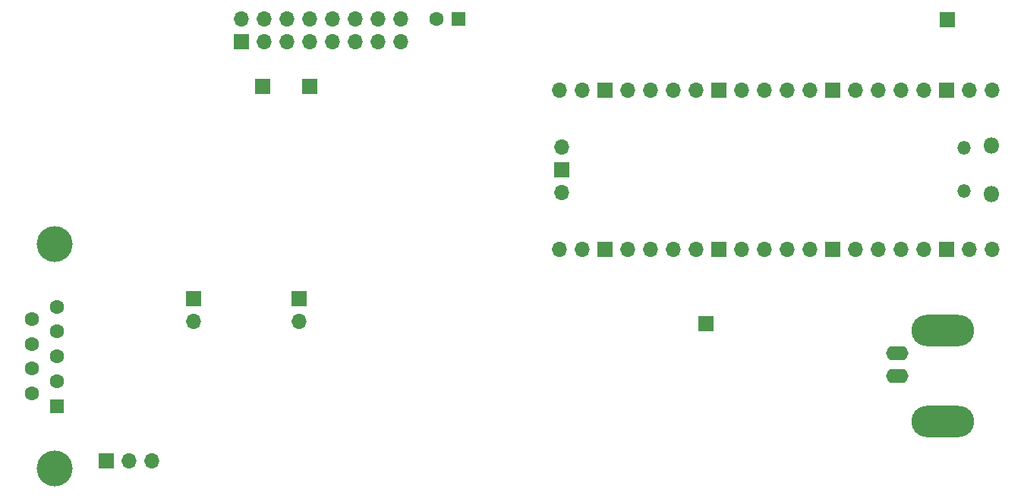
<source format=gbr>
%TF.GenerationSoftware,KiCad,Pcbnew,8.0.4*%
%TF.CreationDate,2024-10-06T11:56:08+02:00*%
%TF.ProjectId,ProbeBoardPublicV5,50726f62-6542-46f6-9172-645075626c69,5.1*%
%TF.SameCoordinates,Original*%
%TF.FileFunction,Soldermask,Bot*%
%TF.FilePolarity,Negative*%
%FSLAX46Y46*%
G04 Gerber Fmt 4.6, Leading zero omitted, Abs format (unit mm)*
G04 Created by KiCad (PCBNEW 8.0.4) date 2024-10-06 11:56:08*
%MOMM*%
%LPD*%
G01*
G04 APERTURE LIST*
%ADD10R,1.700000X1.700000*%
%ADD11O,1.700000X1.700000*%
%ADD12O,1.800000X1.800000*%
%ADD13O,1.500000X1.500000*%
%ADD14C,4.000000*%
%ADD15R,1.600000X1.600000*%
%ADD16C,1.600000*%
%ADD17O,2.500000X1.600000*%
%ADD18O,7.000000X3.500000*%
G04 APERTURE END LIST*
D10*
%TO.C,J2*%
X126350000Y-77740000D03*
D11*
X126350000Y-75200000D03*
X128890000Y-77740000D03*
X128890000Y-75200000D03*
X131430000Y-77740000D03*
X131430000Y-75200000D03*
X133970000Y-77740000D03*
X133970000Y-75200000D03*
X136510000Y-77740000D03*
X136510000Y-75200000D03*
X139050000Y-77740000D03*
X139050000Y-75200000D03*
X141590000Y-77740000D03*
X141590000Y-75200000D03*
X144130000Y-77740000D03*
X144130000Y-75200000D03*
%TD*%
D10*
%TO.C,J7*%
X132800000Y-106425000D03*
D11*
X132800000Y-108965000D03*
%TD*%
D12*
%TO.C,U5*%
X210000000Y-89275000D03*
D13*
X206970000Y-89575000D03*
X206970000Y-94425000D03*
D12*
X210000000Y-94725000D03*
D11*
X210130000Y-83110000D03*
X207590000Y-83110000D03*
D10*
X205050000Y-83110000D03*
D11*
X202510000Y-83110000D03*
X199970000Y-83110000D03*
X197430000Y-83110000D03*
X194890000Y-83110000D03*
D10*
X192350000Y-83110000D03*
D11*
X189810000Y-83110000D03*
X187270000Y-83110000D03*
X184730000Y-83110000D03*
X182190000Y-83110000D03*
D10*
X179650000Y-83110000D03*
D11*
X177110000Y-83110000D03*
X174570000Y-83110000D03*
X172030000Y-83110000D03*
X169490000Y-83110000D03*
D10*
X166950000Y-83110000D03*
D11*
X164410000Y-83110000D03*
X161870000Y-83110000D03*
X161870000Y-100890000D03*
X164410000Y-100890000D03*
D10*
X166950000Y-100890000D03*
D11*
X169490000Y-100890000D03*
X172030000Y-100890000D03*
X174570000Y-100890000D03*
X177110000Y-100890000D03*
D10*
X179650000Y-100890000D03*
D11*
X182190000Y-100890000D03*
X184730000Y-100890000D03*
X187270000Y-100890000D03*
X189810000Y-100890000D03*
D10*
X192350000Y-100890000D03*
D11*
X194890000Y-100890000D03*
X197430000Y-100890000D03*
X199970000Y-100890000D03*
X202510000Y-100890000D03*
D10*
X205050000Y-100890000D03*
D11*
X207590000Y-100890000D03*
X210130000Y-100890000D03*
X162100000Y-89460000D03*
D10*
X162100000Y-92000000D03*
D11*
X162100000Y-94540000D03*
%TD*%
D10*
%TO.C,J4*%
X121000000Y-106425000D03*
D11*
X121000000Y-108965000D03*
%TD*%
D10*
%TO.C,J9*%
X111275000Y-124500000D03*
D11*
X113815000Y-124500000D03*
X116355000Y-124500000D03*
%TD*%
D10*
%TO.C,TP2*%
X205100000Y-75300000D03*
%TD*%
%TO.C,TP8*%
X178200000Y-109200000D03*
%TD*%
D14*
%TO.C,J1*%
X105500000Y-100360000D03*
X105500000Y-125360000D03*
D15*
X105800000Y-118400000D03*
D16*
X105800000Y-115630000D03*
X105800000Y-112860000D03*
X105800000Y-110090000D03*
X105800000Y-107320000D03*
X102960000Y-117015000D03*
X102960000Y-114245000D03*
X102960000Y-111475000D03*
X102960000Y-108705000D03*
%TD*%
D10*
%TO.C,TP1*%
X128700000Y-82700000D03*
%TD*%
D17*
%TO.C,J10*%
X199525000Y-115025000D03*
D18*
X204605000Y-109945000D03*
D17*
X199525000Y-112485000D03*
D18*
X204605000Y-120105000D03*
%TD*%
D10*
%TO.C,TP4*%
X134000000Y-82700000D03*
%TD*%
D15*
%TO.C,C3*%
X150605112Y-75200000D03*
D16*
X148105112Y-75200000D03*
%TD*%
M02*

</source>
